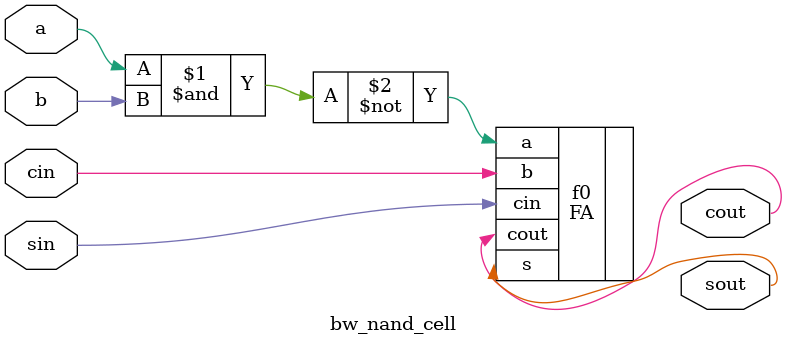
<source format=v>
module bw_nand_cell (
	input wire a,
	input wire b,
	input wire cin,
	input wire sin,
	output wire cout,
	output wire sout
);

FA f0 (.a(~(a & b)), .b(cin), .cin(sin), .s(sout), .cout(cout));

endmodule

</source>
